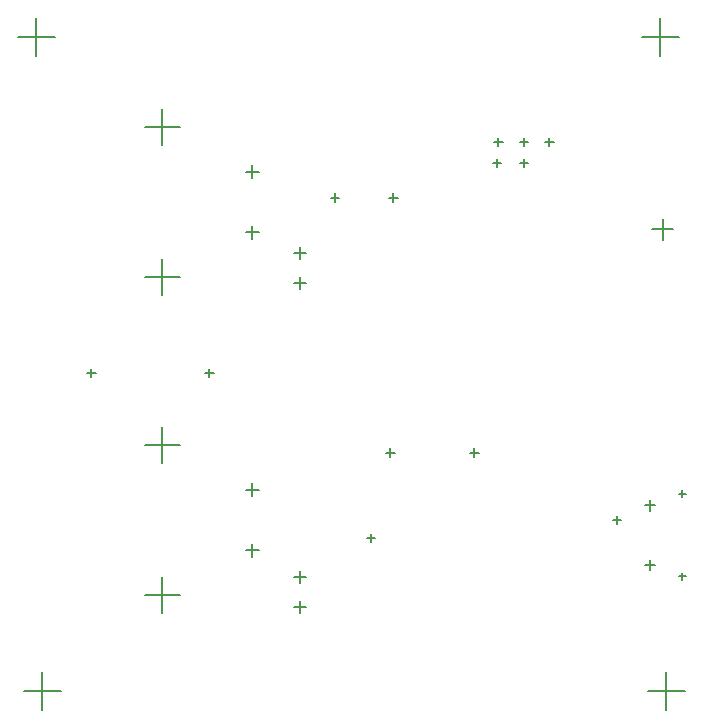
<source format=gbr>
%TF.GenerationSoftware,Altium Limited,Altium Designer,24.6.1 (21)*%
G04 Layer_Color=128*
%FSLAX45Y45*%
%MOMM*%
%TF.SameCoordinates,AC9FF34B-BC34-43DD-B331-A16B571A9E15*%
%TF.FilePolarity,Positive*%
%TF.FileFunction,Drillmap*%
%TF.Part,Single*%
G01*
G75*
%TA.AperFunction,NonConductor*%
%ADD65C,0.12700*%
D65*
X1732500Y3098800D02*
X1807500D01*
X1770000Y3061300D02*
Y3136300D01*
X2489200Y3860800D02*
X2590800D01*
X2540000Y3810000D02*
Y3911600D01*
X2489200Y1117600D02*
X2590800D01*
X2540000Y1066800D02*
Y1168400D01*
X1221600Y3911600D02*
X1521600D01*
X1371600Y3761600D02*
Y4061600D01*
X1221600Y1219200D02*
X1521600D01*
X1371600Y1069200D02*
Y1369200D01*
X1221600Y5181600D02*
X1521600D01*
X1371600Y5031600D02*
Y5331600D01*
X2489200Y4114800D02*
X2590800D01*
X2540000Y4064000D02*
Y4165600D01*
X1221600Y2489200D02*
X1521600D01*
X1371600Y2339200D02*
Y2639200D01*
X732500Y3098800D02*
X807500D01*
X770000Y3061300D02*
Y3136300D01*
X2489200Y1371600D02*
X2590800D01*
X2540000Y1320800D02*
Y1422400D01*
X2078600Y2109200D02*
X2188600D01*
X2133600Y2054200D02*
Y2164200D01*
X2078600Y1600200D02*
X2188600D01*
X2133600Y1545200D02*
Y1655200D01*
X5461300Y1977200D02*
X5546300D01*
X5503800Y1934700D02*
Y2019700D01*
X5461300Y1477200D02*
X5546300D01*
X5503800Y1434700D02*
Y1519700D01*
X5743800Y2077200D02*
X5803800D01*
X5773800Y2047200D02*
Y2107200D01*
X5743800Y1377200D02*
X5803800D01*
X5773800Y1347200D02*
Y1407200D01*
X144800Y5943600D02*
X464800D01*
X304800Y5783600D02*
Y6103600D01*
X2078600Y4801600D02*
X2188600D01*
X2133600Y4746600D02*
Y4856600D01*
X2078600Y4292600D02*
X2188600D01*
X2133600Y4237600D02*
Y4347600D01*
X5517600Y4318000D02*
X5695600D01*
X5606600Y4229000D02*
Y4407000D01*
X5428000Y5943600D02*
X5748000D01*
X5588000Y5783600D02*
Y6103600D01*
X5478800Y406400D02*
X5798800D01*
X5638800Y246400D02*
Y566400D01*
X195600Y406400D02*
X515600D01*
X355600Y246400D02*
Y566400D01*
X3977640Y2425700D02*
X4048760D01*
X4013200Y2390140D02*
Y2461260D01*
X3291840Y4584700D02*
X3362960D01*
X3327400Y4549140D02*
Y4620260D01*
X2796540Y4584700D02*
X2867660D01*
X2832100Y4549140D02*
Y4620260D01*
X3266440Y2425700D02*
X3337560D01*
X3302000Y2390140D02*
Y2461260D01*
X3101340Y1701800D02*
X3172460D01*
X3136900Y1666240D02*
Y1737360D01*
X4396740Y4876800D02*
X4467860D01*
X4432300Y4841240D02*
Y4912360D01*
X4168140Y4876800D02*
X4239260D01*
X4203700Y4841240D02*
Y4912360D01*
X4180840Y5054600D02*
X4251960D01*
X4216400Y5019040D02*
Y5090160D01*
X4396740Y5054600D02*
X4467860D01*
X4432300Y5019040D02*
Y5090160D01*
X4612640Y5054600D02*
X4683760D01*
X4648200Y5019040D02*
Y5090160D01*
X5184140Y1854200D02*
X5255260D01*
X5219700Y1818640D02*
Y1889760D01*
%TF.MD5,4ae84b48fa355a82b85b4309302756da*%
M02*

</source>
